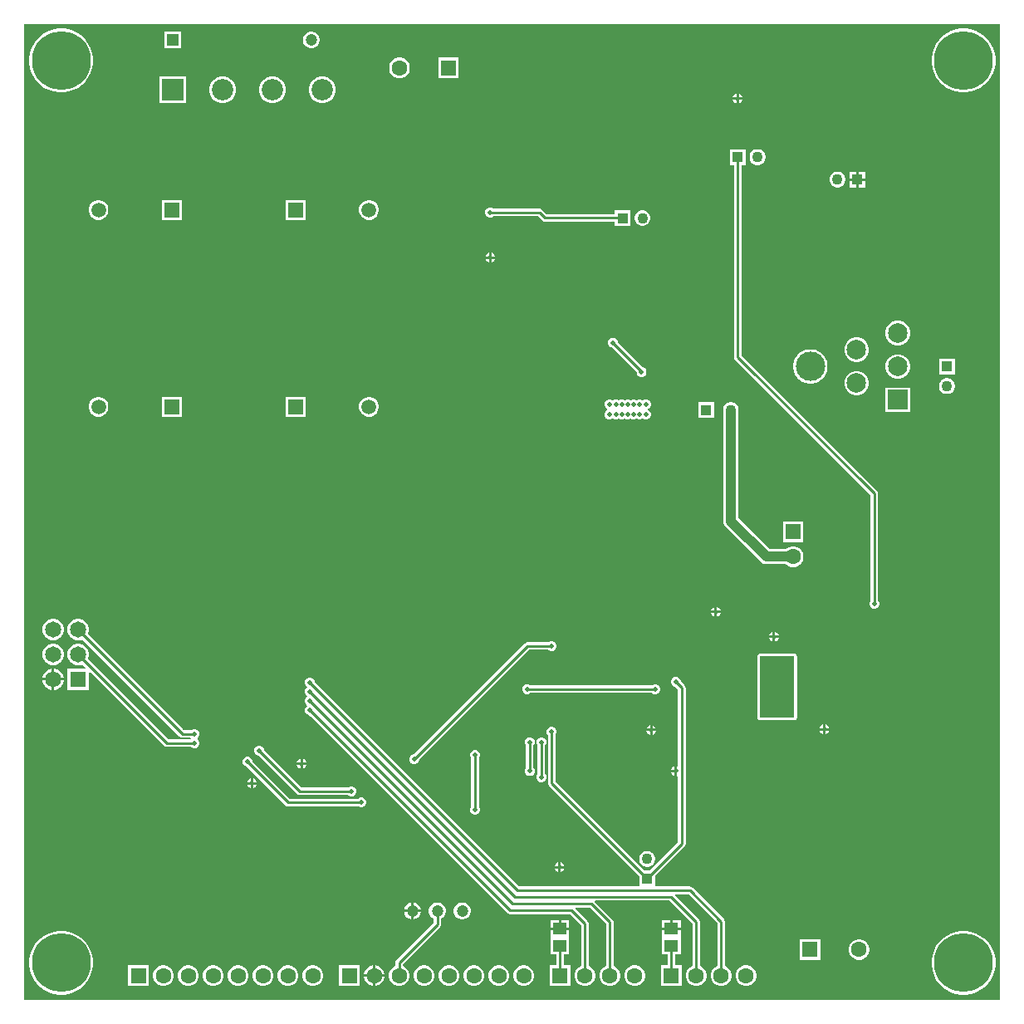
<source format=gbl>
G04*
G04 #@! TF.GenerationSoftware,Altium Limited,Altium Designer,23.1.1 (15)*
G04*
G04 Layer_Physical_Order=2*
G04 Layer_Color=16711680*
%FSLAX44Y44*%
%MOMM*%
G71*
G04*
G04 #@! TF.SameCoordinates,CD971CD2-FFAA-4849-8B14-452EF0A1BBDF*
G04*
G04*
G04 #@! TF.FilePolarity,Positive*
G04*
G01*
G75*
%ADD11C,0.2540*%
%ADD16C,1.0000*%
%ADD18R,1.4000X1.2000*%
%ADD77R,1.1000X1.1000*%
%ADD78C,1.1000*%
%ADD79C,1.6500*%
%ADD80R,1.6500X1.6500*%
%ADD81C,1.2000*%
%ADD82C,1.6000*%
%ADD83R,1.6000X1.6000*%
%ADD84R,1.6000X1.6000*%
%ADD85R,1.1000X1.1000*%
%ADD86C,6.0000*%
%ADD87R,1.2000X1.2000*%
%ADD88C,1.9950*%
%ADD89R,1.9950X1.9950*%
%ADD90R,2.1750X2.1750*%
%ADD91C,2.1750*%
%ADD92R,1.5000X1.5000*%
%ADD93C,1.5000*%
%ADD94C,3.0000*%
%ADD95C,0.5000*%
G36*
X996950Y2540D02*
X2540D01*
Y996950D01*
X996950D01*
Y2540D01*
D02*
G37*
%LPC*%
G36*
X296124Y989540D02*
X293876D01*
X291704Y988958D01*
X289756Y987834D01*
X288166Y986244D01*
X287042Y984296D01*
X286460Y982124D01*
Y979876D01*
X287042Y977704D01*
X288166Y975756D01*
X289756Y974166D01*
X291704Y973042D01*
X293876Y972460D01*
X296124D01*
X298296Y973042D01*
X300244Y974166D01*
X301834Y975756D01*
X302958Y977704D01*
X303540Y979876D01*
Y982124D01*
X302958Y984296D01*
X301834Y986244D01*
X300244Y987834D01*
X298296Y988958D01*
X296124Y989540D01*
D02*
G37*
G36*
X162540D02*
X145460D01*
Y972460D01*
X162540D01*
Y989540D01*
D02*
G37*
G36*
X445440Y962940D02*
X424360D01*
Y941860D01*
X445440D01*
Y962940D01*
D02*
G37*
G36*
X386288D02*
X383512D01*
X380832Y962222D01*
X378428Y960834D01*
X376466Y958872D01*
X375078Y956468D01*
X374360Y953788D01*
Y951012D01*
X375078Y948332D01*
X376466Y945928D01*
X378428Y943966D01*
X380832Y942578D01*
X383512Y941860D01*
X386288D01*
X388968Y942578D01*
X391372Y943966D01*
X393334Y945928D01*
X394722Y948332D01*
X395440Y951012D01*
Y953788D01*
X394722Y956468D01*
X393334Y958872D01*
X391372Y960834D01*
X388968Y962222D01*
X386288Y962940D01*
D02*
G37*
G36*
X962561Y992540D02*
X957439D01*
X952380Y991739D01*
X947509Y990156D01*
X942945Y987831D01*
X938802Y984820D01*
X935180Y981198D01*
X932169Y977055D01*
X929844Y972491D01*
X928261Y967620D01*
X927460Y962561D01*
Y957439D01*
X928261Y952380D01*
X929844Y947509D01*
X932169Y942945D01*
X935180Y938802D01*
X938802Y935180D01*
X942945Y932169D01*
X947509Y929844D01*
X952380Y928261D01*
X957439Y927460D01*
X962561D01*
X967620Y928261D01*
X972491Y929844D01*
X977055Y932169D01*
X981198Y935180D01*
X984820Y938802D01*
X987831Y942945D01*
X990156Y947509D01*
X991739Y952380D01*
X992540Y957439D01*
Y962561D01*
X991739Y967620D01*
X990156Y972491D01*
X987831Y977055D01*
X984820Y981198D01*
X981198Y984820D01*
X977055Y987831D01*
X972491Y990156D01*
X967620Y991739D01*
X962561Y992540D01*
D02*
G37*
G36*
X42561D02*
X37439D01*
X32380Y991739D01*
X27509Y990156D01*
X22945Y987831D01*
X18802Y984820D01*
X15180Y981198D01*
X12169Y977055D01*
X9844Y972491D01*
X8261Y967620D01*
X7460Y962561D01*
Y957439D01*
X8261Y952380D01*
X9844Y947509D01*
X12169Y942945D01*
X15180Y938802D01*
X18802Y935180D01*
X22945Y932169D01*
X27509Y929844D01*
X32380Y928261D01*
X37439Y927460D01*
X42561D01*
X47620Y928261D01*
X52491Y929844D01*
X57055Y932169D01*
X61198Y935180D01*
X64820Y938802D01*
X67831Y942945D01*
X70156Y947509D01*
X71739Y952380D01*
X72540Y957439D01*
Y962561D01*
X71739Y967620D01*
X70156Y972491D01*
X67831Y977055D01*
X64820Y981198D01*
X61198Y984820D01*
X57055Y987831D01*
X52491Y990156D01*
X47620Y991739D01*
X42561Y992540D01*
D02*
G37*
G36*
X730840Y926199D02*
Y922540D01*
X734499D01*
X733843Y924125D01*
X732425Y925543D01*
X730840Y926199D01*
D02*
G37*
G36*
X728300D02*
X726715Y925543D01*
X725297Y924125D01*
X724641Y922540D01*
X728300D01*
Y926199D01*
D02*
G37*
G36*
X307866Y943415D02*
X304334D01*
X300922Y942501D01*
X297863Y940735D01*
X295365Y938237D01*
X293599Y935178D01*
X292685Y931766D01*
Y928234D01*
X293599Y924822D01*
X295365Y921763D01*
X297863Y919265D01*
X300922Y917499D01*
X304334Y916585D01*
X307866D01*
X311278Y917499D01*
X314337Y919265D01*
X316835Y921763D01*
X318601Y924822D01*
X319515Y928234D01*
Y931766D01*
X318601Y935178D01*
X316835Y938237D01*
X314337Y940735D01*
X311278Y942501D01*
X307866Y943415D01*
D02*
G37*
G36*
X257066D02*
X253534D01*
X250122Y942501D01*
X247063Y940735D01*
X244565Y938237D01*
X242799Y935178D01*
X241885Y931766D01*
Y928234D01*
X242799Y924822D01*
X244565Y921763D01*
X247063Y919265D01*
X250122Y917499D01*
X253534Y916585D01*
X257066D01*
X260478Y917499D01*
X263537Y919265D01*
X266035Y921763D01*
X267801Y924822D01*
X268715Y928234D01*
Y931766D01*
X267801Y935178D01*
X266035Y938237D01*
X263537Y940735D01*
X260478Y942501D01*
X257066Y943415D01*
D02*
G37*
G36*
X206266D02*
X202734D01*
X199322Y942501D01*
X196263Y940735D01*
X193765Y938237D01*
X191999Y935178D01*
X191085Y931766D01*
Y928234D01*
X191999Y924822D01*
X193765Y921763D01*
X196263Y919265D01*
X199322Y917499D01*
X202734Y916585D01*
X206266D01*
X209678Y917499D01*
X212737Y919265D01*
X215235Y921763D01*
X217001Y924822D01*
X217915Y928234D01*
Y931766D01*
X217001Y935178D01*
X215235Y938237D01*
X212737Y940735D01*
X209678Y942501D01*
X206266Y943415D01*
D02*
G37*
G36*
X167115D02*
X140285D01*
Y916585D01*
X167115D01*
Y943415D01*
D02*
G37*
G36*
X734499Y920000D02*
X730840D01*
Y916341D01*
X732425Y916997D01*
X733843Y918415D01*
X734499Y920000D01*
D02*
G37*
G36*
X728300D02*
X724641D01*
X725297Y918415D01*
X726715Y916997D01*
X728300Y916341D01*
Y920000D01*
D02*
G37*
G36*
X750948Y869620D02*
X748831D01*
X746787Y869072D01*
X744953Y868014D01*
X743456Y866517D01*
X742398Y864683D01*
X741850Y862638D01*
Y860521D01*
X742398Y858477D01*
X743456Y856643D01*
X744953Y855146D01*
X746787Y854088D01*
X748831Y853540D01*
X750948D01*
X752993Y854088D01*
X754827Y855146D01*
X756324Y856643D01*
X757382Y858477D01*
X757930Y860521D01*
Y862638D01*
X757382Y864683D01*
X756324Y866517D01*
X754827Y868014D01*
X752993Y869072D01*
X750948Y869620D01*
D02*
G37*
G36*
X859530Y846760D02*
X852760D01*
Y839990D01*
X859530D01*
Y846760D01*
D02*
G37*
G36*
X850220D02*
X843450D01*
Y839990D01*
X850220D01*
Y846760D01*
D02*
G37*
G36*
X859530Y837450D02*
X852760D01*
Y830680D01*
X859530D01*
Y837450D01*
D02*
G37*
G36*
X850220D02*
X843450D01*
Y830680D01*
X850220D01*
Y837450D01*
D02*
G37*
G36*
X832548Y846760D02*
X830432D01*
X828387Y846212D01*
X826553Y845154D01*
X825056Y843657D01*
X823998Y841823D01*
X823450Y839779D01*
Y837662D01*
X823998Y835617D01*
X825056Y833783D01*
X826553Y832286D01*
X828387Y831228D01*
X830432Y830680D01*
X832548D01*
X834593Y831228D01*
X836427Y832286D01*
X837924Y833783D01*
X838982Y835617D01*
X839530Y837662D01*
Y839779D01*
X838982Y841823D01*
X837924Y843657D01*
X836427Y845154D01*
X834593Y846212D01*
X832548Y846760D01*
D02*
G37*
G36*
X355132Y817690D02*
X352488D01*
X349935Y817006D01*
X347645Y815684D01*
X345776Y813815D01*
X344454Y811525D01*
X343770Y808972D01*
Y806328D01*
X344454Y803775D01*
X345776Y801485D01*
X347645Y799616D01*
X349935Y798294D01*
X352488Y797610D01*
X355132D01*
X357685Y798294D01*
X359975Y799616D01*
X361844Y801485D01*
X363166Y803775D01*
X363850Y806328D01*
Y808972D01*
X363166Y811525D01*
X361844Y813815D01*
X359975Y815684D01*
X357685Y817006D01*
X355132Y817690D01*
D02*
G37*
G36*
X288850D02*
X268770D01*
Y797610D01*
X288850D01*
Y817690D01*
D02*
G37*
G36*
X163120D02*
X143040D01*
Y797610D01*
X163120D01*
Y817690D01*
D02*
G37*
G36*
X79402D02*
X76758D01*
X74205Y817006D01*
X71915Y815684D01*
X70046Y813815D01*
X68724Y811525D01*
X68040Y808972D01*
Y806328D01*
X68724Y803775D01*
X70046Y801485D01*
X71915Y799616D01*
X74205Y798294D01*
X76758Y797610D01*
X79402D01*
X81955Y798294D01*
X84245Y799616D01*
X86114Y801485D01*
X87436Y803775D01*
X88120Y806328D01*
Y808972D01*
X87436Y811525D01*
X86114Y813815D01*
X84245Y815684D01*
X81955Y817006D01*
X79402Y817690D01*
D02*
G37*
G36*
X633708Y807370D02*
X631591D01*
X629547Y806822D01*
X627713Y805764D01*
X626216Y804267D01*
X625158Y802433D01*
X624610Y800388D01*
Y798272D01*
X625158Y796227D01*
X626216Y794393D01*
X627713Y792896D01*
X629547Y791838D01*
X631591Y791290D01*
X633708D01*
X635753Y791838D01*
X637587Y792896D01*
X639084Y794393D01*
X640142Y796227D01*
X640690Y798272D01*
Y800388D01*
X640142Y802433D01*
X639084Y804267D01*
X637587Y805764D01*
X635753Y806822D01*
X633708Y807370D01*
D02*
G37*
G36*
X478503Y810040D02*
X476497D01*
X474645Y809273D01*
X473227Y807855D01*
X472460Y806003D01*
Y803997D01*
X473227Y802145D01*
X474645Y800727D01*
X476497Y799960D01*
X478503D01*
X480355Y800727D01*
X480743Y801115D01*
X526391D01*
X530753Y796753D01*
X532013Y795911D01*
X533500Y795615D01*
X604610D01*
Y791290D01*
X620690D01*
Y807370D01*
X604610D01*
Y803385D01*
X535109D01*
X530747Y807747D01*
X529487Y808589D01*
X528000Y808885D01*
X480743D01*
X480355Y809273D01*
X478503Y810040D01*
D02*
G37*
G36*
X478770Y763929D02*
Y760270D01*
X482429D01*
X481773Y761855D01*
X480355Y763273D01*
X478770Y763929D01*
D02*
G37*
G36*
X476230D02*
X474645Y763273D01*
X473227Y761855D01*
X472571Y760270D01*
X476230D01*
Y763929D01*
D02*
G37*
G36*
X482429Y757730D02*
X478770D01*
Y754071D01*
X480355Y754727D01*
X481773Y756145D01*
X482429Y757730D01*
D02*
G37*
G36*
X476230D02*
X472571D01*
X473227Y756145D01*
X474645Y754727D01*
X476230Y754071D01*
Y757730D01*
D02*
G37*
G36*
X894538Y694465D02*
X891242D01*
X888059Y693612D01*
X885206Y691964D01*
X882876Y689634D01*
X881228Y686781D01*
X880375Y683598D01*
Y680302D01*
X881228Y677119D01*
X882876Y674266D01*
X885206Y671936D01*
X888059Y670288D01*
X891242Y669435D01*
X894538D01*
X897721Y670288D01*
X900574Y671936D01*
X902905Y674266D01*
X904552Y677119D01*
X905405Y680302D01*
Y683598D01*
X904552Y686781D01*
X902905Y689634D01*
X900574Y691964D01*
X897721Y693612D01*
X894538Y694465D01*
D02*
G37*
G36*
X852628Y677465D02*
X849332D01*
X846149Y676612D01*
X843296Y674965D01*
X840965Y672634D01*
X839318Y669781D01*
X838465Y666598D01*
Y663302D01*
X839318Y660119D01*
X840965Y657266D01*
X843296Y654936D01*
X846149Y653288D01*
X849332Y652435D01*
X852628D01*
X855811Y653288D01*
X858664Y654936D01*
X860994Y657266D01*
X862642Y660119D01*
X863495Y663302D01*
Y666598D01*
X862642Y669781D01*
X860994Y672634D01*
X858664Y674965D01*
X855811Y676612D01*
X852628Y677465D01*
D02*
G37*
G36*
X951085Y655959D02*
X935005D01*
Y639879D01*
X951085D01*
Y655959D01*
D02*
G37*
G36*
X603493Y677370D02*
X601488D01*
X599635Y676603D01*
X598217Y675185D01*
X597450Y673333D01*
Y671328D01*
X598217Y669475D01*
X599635Y668057D01*
X601488Y667290D01*
X601703D01*
X626660Y642334D01*
Y641452D01*
X627427Y639599D01*
X628845Y638182D01*
X630698Y637414D01*
X632702D01*
X634555Y638182D01*
X635973Y639599D01*
X636740Y641452D01*
Y643457D01*
X635973Y645309D01*
X634555Y646727D01*
X632702Y647494D01*
X632487D01*
X607530Y672451D01*
Y673333D01*
X606763Y675185D01*
X605345Y676603D01*
X603493Y677370D01*
D02*
G37*
G36*
X894538Y660465D02*
X891242D01*
X888059Y659612D01*
X885206Y657964D01*
X882876Y655634D01*
X881228Y652781D01*
X880375Y649598D01*
Y646302D01*
X881228Y643119D01*
X882876Y640266D01*
X885206Y637936D01*
X888059Y636288D01*
X891242Y635435D01*
X894538D01*
X897721Y636288D01*
X900574Y637936D01*
X902905Y640266D01*
X904552Y643119D01*
X905405Y646302D01*
Y649598D01*
X904552Y652781D01*
X902905Y655634D01*
X900574Y657964D01*
X897721Y659612D01*
X894538Y660465D01*
D02*
G37*
G36*
X805427Y665440D02*
X801973D01*
X798584Y664766D01*
X795392Y663444D01*
X792519Y661524D01*
X790076Y659081D01*
X788156Y656208D01*
X786834Y653016D01*
X786160Y649628D01*
Y646172D01*
X786834Y642784D01*
X788156Y639592D01*
X790076Y636719D01*
X792519Y634276D01*
X795392Y632356D01*
X798584Y631034D01*
X801973Y630360D01*
X805427D01*
X808816Y631034D01*
X812008Y632356D01*
X814881Y634276D01*
X817324Y636719D01*
X819244Y639592D01*
X820566Y642784D01*
X821240Y646172D01*
Y649628D01*
X820566Y653016D01*
X819244Y656208D01*
X817324Y659081D01*
X814881Y661524D01*
X812008Y663444D01*
X808816Y664766D01*
X805427Y665440D01*
D02*
G37*
G36*
X944103Y635959D02*
X941986D01*
X939941Y635411D01*
X938108Y634353D01*
X936611Y632856D01*
X935553Y631022D01*
X935005Y628978D01*
Y626861D01*
X935553Y624816D01*
X936611Y622982D01*
X938108Y621485D01*
X939941Y620427D01*
X941986Y619879D01*
X944103D01*
X946148Y620427D01*
X947981Y621485D01*
X949478Y622982D01*
X950537Y624816D01*
X951085Y626861D01*
Y628978D01*
X950537Y631022D01*
X949478Y632856D01*
X947981Y634353D01*
X946148Y635411D01*
X944103Y635959D01*
D02*
G37*
G36*
X852628Y643465D02*
X849332D01*
X846149Y642612D01*
X843296Y640965D01*
X840965Y638634D01*
X839318Y635781D01*
X838465Y632598D01*
Y629302D01*
X839318Y626119D01*
X840965Y623266D01*
X843296Y620936D01*
X846149Y619288D01*
X849332Y618435D01*
X852628D01*
X855811Y619288D01*
X858664Y620936D01*
X860994Y623266D01*
X862642Y626119D01*
X863495Y629302D01*
Y632598D01*
X862642Y635781D01*
X860994Y638634D01*
X858664Y640965D01*
X855811Y642612D01*
X852628Y643465D01*
D02*
G37*
G36*
X637002Y614540D02*
X634997D01*
X633145Y613773D01*
X632750Y613378D01*
X632355Y613773D01*
X630503Y614540D01*
X628498D01*
X626645Y613773D01*
X626500Y613628D01*
X626355Y613773D01*
X624502Y614540D01*
X622497D01*
X620645Y613773D01*
X620500Y613628D01*
X620355Y613773D01*
X618503Y614540D01*
X616497D01*
X614645Y613773D01*
X614500Y613628D01*
X614355Y613773D01*
X612503Y614540D01*
X610498D01*
X608645Y613773D01*
X608500Y613628D01*
X608355Y613773D01*
X606502Y614540D01*
X604497D01*
X602645Y613773D01*
X602250Y613378D01*
X601855Y613773D01*
X600003Y614540D01*
X597998D01*
X596145Y613773D01*
X594727Y612355D01*
X593960Y610503D01*
Y608498D01*
X594727Y606645D01*
X596145Y605227D01*
X596845Y604937D01*
Y603563D01*
X596145Y603273D01*
X594727Y601855D01*
X593960Y600003D01*
Y597998D01*
X594727Y596145D01*
X596145Y594727D01*
X597998Y593960D01*
X600003D01*
X601855Y594727D01*
X602250Y595122D01*
X602645Y594727D01*
X604497Y593960D01*
X606502D01*
X608355Y594727D01*
X608500Y594872D01*
X608645Y594727D01*
X610498Y593960D01*
X612503D01*
X614355Y594727D01*
X614500Y594872D01*
X614645Y594727D01*
X616497Y593960D01*
X618503D01*
X620355Y594727D01*
X620500Y594872D01*
X620645Y594727D01*
X622497Y593960D01*
X624502D01*
X626355Y594727D01*
X626500Y594872D01*
X626645Y594727D01*
X628498Y593960D01*
X630503D01*
X632355Y594727D01*
X632750Y595122D01*
X633145Y594727D01*
X634997Y593960D01*
X637002D01*
X638855Y594727D01*
X640273Y596145D01*
X641040Y597998D01*
Y600003D01*
X640273Y601855D01*
X638855Y603273D01*
X638155Y603563D01*
Y604937D01*
X638855Y605227D01*
X640273Y606645D01*
X641040Y608498D01*
Y610503D01*
X640273Y612355D01*
X638855Y613773D01*
X637002Y614540D01*
D02*
G37*
G36*
X905405Y626465D02*
X880375D01*
Y601435D01*
X905405D01*
Y626465D01*
D02*
G37*
G36*
X355132Y617030D02*
X352488D01*
X349935Y616346D01*
X347645Y615024D01*
X345776Y613155D01*
X344454Y610865D01*
X343770Y608312D01*
Y605668D01*
X344454Y603115D01*
X345776Y600825D01*
X347645Y598956D01*
X349935Y597634D01*
X352488Y596950D01*
X355132D01*
X357685Y597634D01*
X359975Y598956D01*
X361844Y600825D01*
X363166Y603115D01*
X363850Y605668D01*
Y608312D01*
X363166Y610865D01*
X361844Y613155D01*
X359975Y615024D01*
X357685Y616346D01*
X355132Y617030D01*
D02*
G37*
G36*
X288850D02*
X268770D01*
Y596950D01*
X288850D01*
Y617030D01*
D02*
G37*
G36*
X163120D02*
X143040D01*
Y596950D01*
X163120D01*
Y617030D01*
D02*
G37*
G36*
X79402D02*
X76758D01*
X74205Y616346D01*
X71915Y615024D01*
X70046Y613155D01*
X68724Y610865D01*
X68040Y608312D01*
Y605668D01*
X68724Y603115D01*
X70046Y600825D01*
X71915Y598956D01*
X74205Y597634D01*
X76758Y596950D01*
X79402D01*
X81955Y597634D01*
X84245Y598956D01*
X86114Y600825D01*
X87436Y603115D01*
X88120Y605668D01*
Y608312D01*
X87436Y610865D01*
X86114Y613155D01*
X84245Y615024D01*
X81955Y616346D01*
X79402Y617030D01*
D02*
G37*
G36*
X705780Y611790D02*
X689700D01*
Y595710D01*
X705780D01*
Y611790D01*
D02*
G37*
G36*
X796770Y489900D02*
X775690D01*
Y468820D01*
X796770D01*
Y489900D01*
D02*
G37*
G36*
X723799Y611790D02*
X721682D01*
X719637Y611242D01*
X717803Y610184D01*
X716306Y608687D01*
X715248Y606853D01*
X714700Y604809D01*
Y602692D01*
X715135Y601068D01*
Y490260D01*
X715394Y488292D01*
X716154Y486457D01*
X717362Y484882D01*
X753662Y448582D01*
X755238Y447374D01*
X755997Y447059D01*
X757072Y446614D01*
X759040Y446355D01*
X778929D01*
X779758Y445526D01*
X782162Y444138D01*
X784842Y443420D01*
X787618D01*
X790298Y444138D01*
X792702Y445526D01*
X794664Y447488D01*
X796052Y449892D01*
X796770Y452572D01*
Y455348D01*
X796052Y458028D01*
X794664Y460432D01*
X792702Y462394D01*
X790298Y463782D01*
X787618Y464500D01*
X784842D01*
X782162Y463782D01*
X779758Y462394D01*
X778929Y461565D01*
X762190D01*
X730345Y493410D01*
Y601068D01*
X730780Y602692D01*
Y604809D01*
X730232Y606853D01*
X729174Y608687D01*
X727677Y610184D01*
X725843Y611242D01*
X723799Y611790D01*
D02*
G37*
G36*
X737930Y869620D02*
X721850D01*
Y853540D01*
X726005D01*
Y657610D01*
X726301Y656124D01*
X727143Y654863D01*
X865115Y516891D01*
Y409243D01*
X864727Y408855D01*
X863960Y407002D01*
Y404997D01*
X864727Y403145D01*
X866145Y401727D01*
X867998Y400960D01*
X870003D01*
X871855Y401727D01*
X873273Y403145D01*
X874040Y404997D01*
Y407002D01*
X873273Y408855D01*
X872885Y409243D01*
Y518500D01*
X872589Y519987D01*
X871747Y521247D01*
X733775Y659219D01*
Y853540D01*
X737930D01*
Y869620D01*
D02*
G37*
G36*
X708770Y402929D02*
Y399270D01*
X712429D01*
X711773Y400855D01*
X710355Y402273D01*
X708770Y402929D01*
D02*
G37*
G36*
X706230D02*
X704645Y402273D01*
X703227Y400855D01*
X702571Y399270D01*
X706230D01*
Y402929D01*
D02*
G37*
G36*
X712429Y396730D02*
X708770D01*
Y393071D01*
X710355Y393727D01*
X711773Y395145D01*
X712429Y396730D01*
D02*
G37*
G36*
X706230D02*
X702571D01*
X703227Y395145D01*
X704645Y393727D01*
X706230Y393071D01*
Y396730D01*
D02*
G37*
G36*
X767770Y377429D02*
Y373770D01*
X771429D01*
X770773Y375355D01*
X769355Y376773D01*
X767770Y377429D01*
D02*
G37*
G36*
X765230D02*
X763645Y376773D01*
X762227Y375355D01*
X761571Y373770D01*
X765230D01*
Y377429D01*
D02*
G37*
G36*
X33221Y390690D02*
X30380D01*
X27635Y389955D01*
X25175Y388534D01*
X23166Y386525D01*
X21745Y384065D01*
X21010Y381320D01*
Y378479D01*
X21745Y375735D01*
X23166Y373275D01*
X25175Y371266D01*
X27635Y369845D01*
X30380Y369110D01*
X33221D01*
X35965Y369845D01*
X38425Y371266D01*
X40434Y373275D01*
X41855Y375735D01*
X42590Y378479D01*
Y381320D01*
X41855Y384065D01*
X40434Y386525D01*
X38425Y388534D01*
X35965Y389955D01*
X33221Y390690D01*
D02*
G37*
G36*
X771429Y371230D02*
X767770D01*
Y367571D01*
X769355Y368227D01*
X770773Y369645D01*
X771429Y371230D01*
D02*
G37*
G36*
X765230D02*
X761571D01*
X762227Y369645D01*
X763645Y368227D01*
X765230Y367571D01*
Y371230D01*
D02*
G37*
G36*
X541003Y368040D02*
X538997D01*
X537145Y367273D01*
X536757Y366885D01*
X515500D01*
X514013Y366589D01*
X512753Y365747D01*
X399546Y252540D01*
X398997D01*
X397145Y251773D01*
X395727Y250355D01*
X394960Y248503D01*
Y246497D01*
X395727Y244645D01*
X397145Y243227D01*
X398997Y242460D01*
X401003D01*
X402855Y243227D01*
X404273Y244645D01*
X405040Y246497D01*
Y247046D01*
X517109Y359115D01*
X536757D01*
X537145Y358727D01*
X538997Y357960D01*
X541003D01*
X542855Y358727D01*
X544273Y360145D01*
X545040Y361997D01*
Y364002D01*
X544273Y365855D01*
X542855Y367273D01*
X541003Y368040D01*
D02*
G37*
G36*
X33221Y365290D02*
X30380D01*
X27635Y364555D01*
X25175Y363134D01*
X23166Y361125D01*
X21745Y358665D01*
X21010Y355920D01*
Y353079D01*
X21745Y350335D01*
X23166Y347875D01*
X25175Y345866D01*
X27635Y344445D01*
X30380Y343710D01*
X33221D01*
X35965Y344445D01*
X38425Y345866D01*
X40434Y347875D01*
X41855Y350335D01*
X42590Y353079D01*
Y355920D01*
X41855Y358665D01*
X40434Y361125D01*
X38425Y363134D01*
X35965Y364555D01*
X33221Y365290D01*
D02*
G37*
G36*
Y339890D02*
X33070D01*
Y330370D01*
X42590D01*
Y330521D01*
X41855Y333265D01*
X40434Y335725D01*
X38425Y337734D01*
X35965Y339155D01*
X33221Y339890D01*
D02*
G37*
G36*
X30530D02*
X30380D01*
X27635Y339155D01*
X25175Y337734D01*
X23166Y335725D01*
X21745Y333265D01*
X21010Y330521D01*
Y330370D01*
X30530D01*
Y339890D01*
D02*
G37*
G36*
X646503Y324040D02*
X644498D01*
X642645Y323273D01*
X642257Y322885D01*
X518243D01*
X517855Y323273D01*
X516003Y324040D01*
X513997D01*
X512145Y323273D01*
X510727Y321855D01*
X509960Y320003D01*
Y317997D01*
X510727Y316145D01*
X512145Y314727D01*
X513997Y313960D01*
X516003D01*
X517855Y314727D01*
X518243Y315115D01*
X642257D01*
X642645Y314727D01*
X644498Y313960D01*
X646503D01*
X648355Y314727D01*
X649773Y316145D01*
X650540Y317997D01*
Y320003D01*
X649773Y321855D01*
X648355Y323273D01*
X646503Y324040D01*
D02*
G37*
G36*
X42590Y327830D02*
X33070D01*
Y318310D01*
X33221D01*
X35965Y319045D01*
X38425Y320466D01*
X40434Y322475D01*
X41855Y324935D01*
X42590Y327679D01*
Y327830D01*
D02*
G37*
G36*
X30530D02*
X21010D01*
Y327679D01*
X21745Y324935D01*
X23166Y322475D01*
X25175Y320466D01*
X27635Y319045D01*
X30380Y318310D01*
X30530D01*
Y327830D01*
D02*
G37*
G36*
X787500Y355090D02*
X752500D01*
X751509Y354893D01*
X750669Y354331D01*
X750107Y353491D01*
X749910Y352500D01*
Y290000D01*
X750107Y289009D01*
X750669Y288169D01*
X751509Y287607D01*
X752500Y287410D01*
X787500D01*
X788491Y287607D01*
X789331Y288169D01*
X789893Y289009D01*
X790090Y290000D01*
Y352500D01*
X789893Y353491D01*
X789331Y354331D01*
X788491Y354893D01*
X787500Y355090D01*
D02*
G37*
G36*
X819270Y282929D02*
Y279270D01*
X822929D01*
X822273Y280855D01*
X820855Y282273D01*
X819270Y282929D01*
D02*
G37*
G36*
X816730D02*
X815145Y282273D01*
X813727Y280855D01*
X813071Y279270D01*
X816730D01*
Y282929D01*
D02*
G37*
G36*
X642770Y282429D02*
Y278770D01*
X646429D01*
X645773Y280355D01*
X644355Y281773D01*
X642770Y282429D01*
D02*
G37*
G36*
X640230D02*
X638645Y281773D01*
X637227Y280355D01*
X636571Y278770D01*
X640230D01*
Y282429D01*
D02*
G37*
G36*
X822929Y276730D02*
X819270D01*
Y273071D01*
X820855Y273727D01*
X822273Y275145D01*
X822929Y276730D01*
D02*
G37*
G36*
X816730D02*
X813071D01*
X813727Y275145D01*
X815145Y273727D01*
X816730Y273071D01*
Y276730D01*
D02*
G37*
G36*
X646429Y276230D02*
X642770D01*
Y272571D01*
X644355Y273227D01*
X645773Y274645D01*
X646429Y276230D01*
D02*
G37*
G36*
X640230D02*
X636571D01*
X637227Y274645D01*
X638645Y273227D01*
X640230Y272571D01*
Y276230D01*
D02*
G37*
G36*
X58621Y390690D02*
X55780D01*
X53035Y389955D01*
X50575Y388534D01*
X48566Y386525D01*
X47145Y384065D01*
X46410Y381320D01*
Y378479D01*
X47145Y375735D01*
X48566Y373275D01*
X50575Y371266D01*
X53035Y369845D01*
X55780Y369110D01*
X58621D01*
X61365Y369845D01*
X61616Y369990D01*
X160853Y270753D01*
X162113Y269911D01*
X163600Y269615D01*
X171945D01*
X172457Y268750D01*
X171945Y267885D01*
X149309D01*
X67110Y350084D01*
X67255Y350335D01*
X67990Y353079D01*
Y355920D01*
X67255Y358665D01*
X65834Y361125D01*
X63825Y363134D01*
X61365Y364555D01*
X58621Y365290D01*
X55780D01*
X53035Y364555D01*
X50575Y363134D01*
X48566Y361125D01*
X47145Y358665D01*
X46410Y355920D01*
Y353079D01*
X47145Y350335D01*
X48566Y347875D01*
X50575Y345866D01*
X53035Y344445D01*
X55780Y343710D01*
X58621D01*
X61365Y344445D01*
X61616Y344590D01*
X65143Y341063D01*
X64657Y339890D01*
X46410D01*
Y318310D01*
X67990D01*
Y336557D01*
X69163Y337043D01*
X144953Y261253D01*
X146213Y260411D01*
X147700Y260115D01*
X172757D01*
X173145Y259727D01*
X174998Y258960D01*
X177003D01*
X178855Y259727D01*
X180273Y261145D01*
X181040Y262997D01*
Y265002D01*
X180273Y266855D01*
X179152Y267976D01*
X178968Y268750D01*
X179152Y269524D01*
X180273Y270645D01*
X181040Y272498D01*
Y274503D01*
X180273Y276355D01*
X178855Y277773D01*
X177003Y278540D01*
X174998D01*
X173145Y277773D01*
X172757Y277385D01*
X165209D01*
X67110Y375484D01*
X67255Y375735D01*
X67990Y378479D01*
Y381320D01*
X67255Y384065D01*
X65834Y386525D01*
X63825Y388534D01*
X61365Y389955D01*
X58621Y390690D01*
D02*
G37*
G36*
X286500Y248009D02*
Y244350D01*
X290159D01*
X289503Y245935D01*
X288085Y247353D01*
X286500Y248009D01*
D02*
G37*
G36*
X283960D02*
X282375Y247353D01*
X280957Y245935D01*
X280301Y244350D01*
X283960D01*
Y248009D01*
D02*
G37*
G36*
X667503Y331540D02*
X665498D01*
X663645Y330773D01*
X662227Y329355D01*
X661460Y327503D01*
Y325498D01*
X662227Y323645D01*
X663645Y322227D01*
X665498Y321460D01*
X666046D01*
X668925Y318581D01*
Y241094D01*
X667869Y240388D01*
X667770Y240429D01*
Y235500D01*
Y230571D01*
X667869Y230612D01*
X668925Y229906D01*
Y162919D01*
X640046Y134040D01*
X634954D01*
X543885Y225109D01*
Y272257D01*
X544273Y272645D01*
X545040Y274498D01*
Y276502D01*
X544273Y278355D01*
X542855Y279773D01*
X541003Y280540D01*
X538997D01*
X537145Y279773D01*
X535727Y278355D01*
X534960Y276502D01*
Y274498D01*
X535727Y272645D01*
X536115Y272257D01*
Y223500D01*
X536411Y222013D01*
X537253Y220753D01*
X629460Y128546D01*
X629460Y117960D01*
X628221Y117885D01*
X507109D01*
X298540Y326454D01*
Y327002D01*
X297773Y328855D01*
X296355Y330273D01*
X294503Y331040D01*
X292498D01*
X290645Y330273D01*
X289227Y328855D01*
X288460Y327002D01*
Y324997D01*
X289227Y323145D01*
X290348Y322024D01*
X290532Y321250D01*
X290348Y320476D01*
X289227Y319355D01*
X288460Y317502D01*
Y315497D01*
X289227Y313645D01*
X290348Y312524D01*
X290532Y311750D01*
X290348Y310976D01*
X289227Y309855D01*
X288460Y308002D01*
Y305998D01*
X289227Y304145D01*
X290348Y303024D01*
X290532Y302250D01*
X290348Y301476D01*
X289227Y300355D01*
X288460Y298503D01*
Y296497D01*
X289227Y294645D01*
X290645Y293227D01*
X292498Y292460D01*
X293046D01*
X494753Y90753D01*
X496013Y89911D01*
X497500Y89615D01*
X558891D01*
X570015Y78491D01*
Y36871D01*
X569832Y36822D01*
X567428Y35434D01*
X565466Y33472D01*
X564078Y31068D01*
X563360Y28388D01*
Y25612D01*
X564078Y22932D01*
X565466Y20528D01*
X567428Y18566D01*
X569832Y17178D01*
X572512Y16460D01*
X575288D01*
X577968Y17178D01*
X580372Y18566D01*
X582334Y20528D01*
X583722Y22932D01*
X584440Y25612D01*
Y28388D01*
X583722Y31068D01*
X582334Y33472D01*
X580372Y35434D01*
X577968Y36822D01*
X577785Y36871D01*
Y80100D01*
X577489Y81587D01*
X576647Y82847D01*
X564148Y95345D01*
X564674Y96615D01*
X578891D01*
X595415Y80091D01*
Y36871D01*
X595232Y36822D01*
X592828Y35434D01*
X590866Y33472D01*
X589478Y31068D01*
X588760Y28388D01*
Y25612D01*
X589478Y22932D01*
X590866Y20528D01*
X592828Y18566D01*
X595232Y17178D01*
X597912Y16460D01*
X600688D01*
X603368Y17178D01*
X605772Y18566D01*
X607734Y20528D01*
X609122Y22932D01*
X609840Y25612D01*
Y28388D01*
X609122Y31068D01*
X607734Y33472D01*
X605772Y35434D01*
X603368Y36822D01*
X603185Y36871D01*
Y81700D01*
X602889Y83187D01*
X602047Y84447D01*
X584148Y102345D01*
X584674Y103615D01*
X659891D01*
X683515Y79991D01*
Y36871D01*
X683332Y36822D01*
X680928Y35434D01*
X678966Y33472D01*
X677578Y31068D01*
X676860Y28388D01*
Y25612D01*
X677578Y22932D01*
X678966Y20528D01*
X680928Y18566D01*
X683332Y17178D01*
X686012Y16460D01*
X688788D01*
X691468Y17178D01*
X693872Y18566D01*
X695834Y20528D01*
X697222Y22932D01*
X697940Y25612D01*
Y28388D01*
X697222Y31068D01*
X695834Y33472D01*
X693872Y35434D01*
X691468Y36822D01*
X691285Y36871D01*
Y81600D01*
X690989Y83087D01*
X690147Y84347D01*
X665552Y108942D01*
X666038Y110115D01*
X679391D01*
X708915Y80591D01*
Y36871D01*
X708732Y36822D01*
X706328Y35434D01*
X704366Y33472D01*
X702978Y31068D01*
X702260Y28388D01*
Y25612D01*
X702978Y22932D01*
X704366Y20528D01*
X706328Y18566D01*
X708732Y17178D01*
X711412Y16460D01*
X714188D01*
X716868Y17178D01*
X719272Y18566D01*
X721234Y20528D01*
X722622Y22932D01*
X723340Y25612D01*
Y28388D01*
X722622Y31068D01*
X721234Y33472D01*
X719272Y35434D01*
X716868Y36822D01*
X716685Y36871D01*
Y82200D01*
X716389Y83687D01*
X715547Y84947D01*
X683747Y116747D01*
X682487Y117589D01*
X681000Y117885D01*
X646779D01*
X645540Y117960D01*
X645540Y119155D01*
Y128546D01*
X675557Y158563D01*
X676399Y159823D01*
X676695Y161310D01*
Y320190D01*
X676399Y321677D01*
X675557Y322937D01*
X671540Y326954D01*
Y327503D01*
X670773Y329355D01*
X669355Y330773D01*
X667503Y331540D01*
D02*
G37*
G36*
X290159Y241810D02*
X286500D01*
Y238151D01*
X288085Y238807D01*
X289503Y240225D01*
X290159Y241810D01*
D02*
G37*
G36*
X283960D02*
X280301D01*
X280957Y240225D01*
X282375Y238807D01*
X283960Y238151D01*
Y241810D01*
D02*
G37*
G36*
X665230Y240429D02*
X663645Y239773D01*
X662227Y238355D01*
X661571Y236770D01*
X665230D01*
Y240429D01*
D02*
G37*
G36*
Y234230D02*
X661571D01*
X662227Y232645D01*
X663645Y231227D01*
X665230Y230571D01*
Y234230D01*
D02*
G37*
G36*
X518503Y270040D02*
X516497D01*
X514645Y269273D01*
X513227Y267855D01*
X512460Y266003D01*
Y263997D01*
X513227Y262145D01*
X513615Y261757D01*
Y238743D01*
X513227Y238355D01*
X512460Y236502D01*
Y234498D01*
X513227Y232645D01*
X514645Y231227D01*
X516497Y230460D01*
X518503D01*
X520355Y231227D01*
X521773Y232645D01*
X522540Y234498D01*
Y236502D01*
X521773Y238355D01*
X521385Y238743D01*
Y261757D01*
X521773Y262145D01*
X522540Y263997D01*
Y266003D01*
X521773Y267855D01*
X520355Y269273D01*
X518503Y270040D01*
D02*
G37*
G36*
X530503D02*
X528498D01*
X526645Y269273D01*
X525227Y267855D01*
X524460Y266003D01*
Y263997D01*
X525227Y262145D01*
X525615Y261757D01*
Y232743D01*
X525227Y232355D01*
X524460Y230502D01*
Y228498D01*
X525227Y226645D01*
X526645Y225227D01*
X528498Y224460D01*
X530503D01*
X532355Y225227D01*
X533773Y226645D01*
X534540Y228498D01*
Y230502D01*
X533773Y232355D01*
X533385Y232743D01*
Y261757D01*
X533773Y262145D01*
X534540Y263997D01*
Y266003D01*
X533773Y267855D01*
X532355Y269273D01*
X530503Y270040D01*
D02*
G37*
G36*
X235770Y227929D02*
Y224270D01*
X239429D01*
X238773Y225855D01*
X237355Y227273D01*
X235770Y227929D01*
D02*
G37*
G36*
X233230D02*
X231645Y227273D01*
X230227Y225855D01*
X229571Y224270D01*
X233230D01*
Y227929D01*
D02*
G37*
G36*
X239429Y221730D02*
X235770D01*
Y218071D01*
X237355Y218727D01*
X238773Y220145D01*
X239429Y221730D01*
D02*
G37*
G36*
X233230D02*
X229571D01*
X230227Y220145D01*
X231645Y218727D01*
X233230Y218071D01*
Y221730D01*
D02*
G37*
G36*
X243002Y261540D02*
X240998D01*
X239145Y260773D01*
X237727Y259355D01*
X236960Y257502D01*
Y255497D01*
X237727Y253645D01*
X239145Y252227D01*
X240998Y251460D01*
X241546D01*
X280713Y212293D01*
X281973Y211451D01*
X283460Y211155D01*
X332803D01*
X333191Y210767D01*
X335044Y210000D01*
X337049D01*
X338901Y210767D01*
X340319Y212185D01*
X341086Y214037D01*
Y216042D01*
X340319Y217895D01*
X338901Y219313D01*
X337049Y220080D01*
X335044D01*
X333191Y219313D01*
X332803Y218925D01*
X285069D01*
X247040Y256954D01*
Y257502D01*
X246273Y259355D01*
X244855Y260773D01*
X243002Y261540D01*
D02*
G37*
G36*
X231003Y250040D02*
X228997D01*
X227145Y249273D01*
X225727Y247855D01*
X224960Y246003D01*
Y243997D01*
X225727Y242145D01*
X227145Y240727D01*
X228997Y239960D01*
X229546D01*
X268753Y200753D01*
X270013Y199911D01*
X271500Y199615D01*
X342757D01*
X343145Y199227D01*
X344997Y198460D01*
X347002D01*
X348855Y199227D01*
X350273Y200645D01*
X351040Y202498D01*
Y204503D01*
X350273Y206355D01*
X348855Y207773D01*
X347002Y208540D01*
X344997D01*
X343145Y207773D01*
X342757Y207385D01*
X273109D01*
X235040Y245454D01*
Y246003D01*
X234273Y247855D01*
X232855Y249273D01*
X231003Y250040D01*
D02*
G37*
G36*
X463003Y257040D02*
X460998D01*
X459145Y256273D01*
X457727Y254855D01*
X456960Y253002D01*
Y250998D01*
X457727Y249145D01*
X458115Y248757D01*
Y199243D01*
X457727Y198855D01*
X456960Y197003D01*
Y194998D01*
X457727Y193145D01*
X459145Y191727D01*
X460998Y190960D01*
X463003D01*
X464855Y191727D01*
X466273Y193145D01*
X467040Y194998D01*
Y197003D01*
X466273Y198855D01*
X465885Y199243D01*
Y248757D01*
X466273Y249145D01*
X467040Y250998D01*
Y253002D01*
X466273Y254855D01*
X464855Y256273D01*
X463003Y257040D01*
D02*
G37*
G36*
X549270Y142429D02*
Y138770D01*
X552929D01*
X552273Y140355D01*
X550855Y141773D01*
X549270Y142429D01*
D02*
G37*
G36*
X546730D02*
X545145Y141773D01*
X543727Y140355D01*
X543071Y138770D01*
X546730D01*
Y142429D01*
D02*
G37*
G36*
X638559Y154040D02*
X636441D01*
X634397Y153492D01*
X632563Y152434D01*
X631066Y150937D01*
X630008Y149103D01*
X629460Y147058D01*
Y144942D01*
X630008Y142897D01*
X631066Y141063D01*
X632563Y139566D01*
X634397Y138508D01*
X636441Y137960D01*
X638559D01*
X640603Y138508D01*
X642437Y139566D01*
X643934Y141063D01*
X644992Y142897D01*
X645540Y144942D01*
Y147058D01*
X644992Y149103D01*
X643934Y150937D01*
X642437Y152434D01*
X640603Y153492D01*
X638559Y154040D01*
D02*
G37*
G36*
X552929Y136230D02*
X549270D01*
Y132571D01*
X550855Y133227D01*
X552273Y134645D01*
X552929Y136230D01*
D02*
G37*
G36*
X546730D02*
X543071D01*
X543727Y134645D01*
X545145Y133227D01*
X546730Y132571D01*
Y136230D01*
D02*
G37*
G36*
X399370Y101501D02*
Y94270D01*
X406601D01*
X406058Y96296D01*
X404934Y98244D01*
X403344Y99834D01*
X401396Y100958D01*
X399370Y101501D01*
D02*
G37*
G36*
X396830D02*
X394804Y100958D01*
X392856Y99834D01*
X391266Y98244D01*
X390142Y96296D01*
X389599Y94270D01*
X396830D01*
Y101501D01*
D02*
G37*
G36*
X406601Y91730D02*
X399370D01*
Y84499D01*
X401396Y85042D01*
X403344Y86166D01*
X404934Y87756D01*
X406058Y89704D01*
X406601Y91730D01*
D02*
G37*
G36*
X396830D02*
X389599D01*
X390142Y89704D01*
X391266Y87756D01*
X392856Y86166D01*
X394804Y85042D01*
X396830Y84499D01*
Y91730D01*
D02*
G37*
G36*
X450024Y101540D02*
X447776D01*
X445604Y100958D01*
X443656Y99834D01*
X442066Y98244D01*
X440942Y96296D01*
X440360Y94124D01*
Y91876D01*
X440942Y89704D01*
X442066Y87756D01*
X443656Y86166D01*
X445604Y85042D01*
X447776Y84460D01*
X450024D01*
X452196Y85042D01*
X454144Y86166D01*
X455734Y87756D01*
X456858Y89704D01*
X457440Y91876D01*
Y94124D01*
X456858Y96296D01*
X455734Y98244D01*
X454144Y99834D01*
X452196Y100958D01*
X450024Y101540D01*
D02*
G37*
G36*
X671540Y83540D02*
X663270D01*
Y76270D01*
X671540D01*
Y83540D01*
D02*
G37*
G36*
X660730D02*
X652460D01*
Y76270D01*
X660730D01*
Y83540D01*
D02*
G37*
G36*
X558040D02*
X549770D01*
Y76270D01*
X558040D01*
Y83540D01*
D02*
G37*
G36*
X547230D02*
X538960D01*
Y76270D01*
X547230D01*
Y83540D01*
D02*
G37*
G36*
X854778Y64150D02*
X852002D01*
X849322Y63432D01*
X846918Y62044D01*
X844956Y60082D01*
X843568Y57678D01*
X842850Y54998D01*
Y52222D01*
X843568Y49542D01*
X844956Y47138D01*
X846918Y45176D01*
X849322Y43788D01*
X852002Y43070D01*
X854778D01*
X857458Y43788D01*
X859862Y45176D01*
X861824Y47138D01*
X863212Y49542D01*
X863930Y52222D01*
Y54998D01*
X863212Y57678D01*
X861824Y60082D01*
X859862Y62044D01*
X857458Y63432D01*
X854778Y64150D01*
D02*
G37*
G36*
X813930D02*
X792850D01*
Y43070D01*
X813930D01*
Y64150D01*
D02*
G37*
G36*
X360488Y37540D02*
X360370D01*
Y28270D01*
X369640D01*
Y28388D01*
X368922Y31068D01*
X367534Y33472D01*
X365572Y35434D01*
X363168Y36822D01*
X360488Y37540D01*
D02*
G37*
G36*
X357830D02*
X357712D01*
X355032Y36822D01*
X352628Y35434D01*
X350666Y33472D01*
X349278Y31068D01*
X348560Y28388D01*
Y28270D01*
X357830D01*
Y37540D01*
D02*
G37*
G36*
X739588D02*
X736812D01*
X734132Y36822D01*
X731728Y35434D01*
X729766Y33472D01*
X728378Y31068D01*
X727660Y28388D01*
Y25612D01*
X728378Y22932D01*
X729766Y20528D01*
X731728Y18566D01*
X734132Y17178D01*
X736812Y16460D01*
X739588D01*
X742268Y17178D01*
X744672Y18566D01*
X746634Y20528D01*
X748022Y22932D01*
X748740Y25612D01*
Y28388D01*
X748022Y31068D01*
X746634Y33472D01*
X744672Y35434D01*
X742268Y36822D01*
X739588Y37540D01*
D02*
G37*
G36*
X671540Y73730D02*
X652460D01*
Y66810D01*
X652460Y66460D01*
Y65540D01*
X652460Y65190D01*
Y48460D01*
X658115D01*
Y37540D01*
X651460D01*
Y16460D01*
X672540D01*
Y37540D01*
X665885D01*
Y48460D01*
X671540D01*
Y65190D01*
X671540Y65540D01*
Y66460D01*
X671540Y66810D01*
Y73730D01*
D02*
G37*
G36*
X626088Y37540D02*
X623312D01*
X620632Y36822D01*
X618228Y35434D01*
X616266Y33472D01*
X614878Y31068D01*
X614160Y28388D01*
Y25612D01*
X614878Y22932D01*
X616266Y20528D01*
X618228Y18566D01*
X620632Y17178D01*
X623312Y16460D01*
X626088D01*
X628768Y17178D01*
X631172Y18566D01*
X633134Y20528D01*
X634522Y22932D01*
X635240Y25612D01*
Y28388D01*
X634522Y31068D01*
X633134Y33472D01*
X631172Y35434D01*
X628768Y36822D01*
X626088Y37540D01*
D02*
G37*
G36*
X558040Y73730D02*
X538960D01*
Y66810D01*
X538960Y66460D01*
Y65540D01*
X538960Y65190D01*
Y48460D01*
X544615D01*
Y37540D01*
X537960D01*
Y16460D01*
X559040D01*
Y37540D01*
X552385D01*
Y48460D01*
X558040D01*
Y65190D01*
X558040Y65540D01*
Y66460D01*
X558040Y66810D01*
Y73730D01*
D02*
G37*
G36*
X512888Y37540D02*
X510112D01*
X507432Y36822D01*
X505028Y35434D01*
X503066Y33472D01*
X501678Y31068D01*
X500960Y28388D01*
Y25612D01*
X501678Y22932D01*
X503066Y20528D01*
X505028Y18566D01*
X507432Y17178D01*
X510112Y16460D01*
X512888D01*
X515568Y17178D01*
X517972Y18566D01*
X519934Y20528D01*
X521322Y22932D01*
X522040Y25612D01*
Y28388D01*
X521322Y31068D01*
X519934Y33472D01*
X517972Y35434D01*
X515568Y36822D01*
X512888Y37540D01*
D02*
G37*
G36*
X487488D02*
X484712D01*
X482032Y36822D01*
X479628Y35434D01*
X477666Y33472D01*
X476278Y31068D01*
X475560Y28388D01*
Y25612D01*
X476278Y22932D01*
X477666Y20528D01*
X479628Y18566D01*
X482032Y17178D01*
X484712Y16460D01*
X487488D01*
X490168Y17178D01*
X492572Y18566D01*
X494534Y20528D01*
X495922Y22932D01*
X496640Y25612D01*
Y28388D01*
X495922Y31068D01*
X494534Y33472D01*
X492572Y35434D01*
X490168Y36822D01*
X487488Y37540D01*
D02*
G37*
G36*
X462088D02*
X459312D01*
X456632Y36822D01*
X454228Y35434D01*
X452266Y33472D01*
X450878Y31068D01*
X450160Y28388D01*
Y25612D01*
X450878Y22932D01*
X452266Y20528D01*
X454228Y18566D01*
X456632Y17178D01*
X459312Y16460D01*
X462088D01*
X464768Y17178D01*
X467172Y18566D01*
X469134Y20528D01*
X470522Y22932D01*
X471240Y25612D01*
Y28388D01*
X470522Y31068D01*
X469134Y33472D01*
X467172Y35434D01*
X464768Y36822D01*
X462088Y37540D01*
D02*
G37*
G36*
X436688D02*
X433912D01*
X431232Y36822D01*
X428828Y35434D01*
X426866Y33472D01*
X425478Y31068D01*
X424760Y28388D01*
Y25612D01*
X425478Y22932D01*
X426866Y20528D01*
X428828Y18566D01*
X431232Y17178D01*
X433912Y16460D01*
X436688D01*
X439368Y17178D01*
X441772Y18566D01*
X443734Y20528D01*
X445122Y22932D01*
X445840Y25612D01*
Y28388D01*
X445122Y31068D01*
X443734Y33472D01*
X441772Y35434D01*
X439368Y36822D01*
X436688Y37540D01*
D02*
G37*
G36*
X411288D02*
X408512D01*
X405832Y36822D01*
X403428Y35434D01*
X401466Y33472D01*
X400078Y31068D01*
X399360Y28388D01*
Y25612D01*
X400078Y22932D01*
X401466Y20528D01*
X403428Y18566D01*
X405832Y17178D01*
X408512Y16460D01*
X411288D01*
X413968Y17178D01*
X416372Y18566D01*
X418334Y20528D01*
X419722Y22932D01*
X420440Y25612D01*
Y28388D01*
X419722Y31068D01*
X418334Y33472D01*
X416372Y35434D01*
X413968Y36822D01*
X411288Y37540D01*
D02*
G37*
G36*
X424624Y101540D02*
X422376D01*
X420204Y100958D01*
X418256Y99834D01*
X416666Y98244D01*
X415542Y96296D01*
X414960Y94124D01*
Y91876D01*
X415542Y89704D01*
X416666Y87756D01*
X418256Y86166D01*
X419615Y85382D01*
Y81109D01*
X381753Y43247D01*
X380911Y41987D01*
X380615Y40500D01*
Y36871D01*
X380432Y36822D01*
X378028Y35434D01*
X376066Y33472D01*
X374678Y31068D01*
X373960Y28388D01*
Y25612D01*
X374678Y22932D01*
X376066Y20528D01*
X378028Y18566D01*
X380432Y17178D01*
X383112Y16460D01*
X385888D01*
X388568Y17178D01*
X390972Y18566D01*
X392934Y20528D01*
X394322Y22932D01*
X395040Y25612D01*
Y28388D01*
X394322Y31068D01*
X392934Y33472D01*
X390972Y35434D01*
X388568Y36822D01*
X388385Y36871D01*
Y38891D01*
X426247Y76753D01*
X427089Y78013D01*
X427385Y79500D01*
Y85382D01*
X428744Y86166D01*
X430334Y87756D01*
X431458Y89704D01*
X432040Y91876D01*
Y94124D01*
X431458Y96296D01*
X430334Y98244D01*
X428744Y99834D01*
X426796Y100958D01*
X424624Y101540D01*
D02*
G37*
G36*
X369640Y25730D02*
X360370D01*
Y16460D01*
X360488D01*
X363168Y17178D01*
X365572Y18566D01*
X367534Y20528D01*
X368922Y22932D01*
X369640Y25612D01*
Y25730D01*
D02*
G37*
G36*
X357830D02*
X348560D01*
Y25612D01*
X349278Y22932D01*
X350666Y20528D01*
X352628Y18566D01*
X355032Y17178D01*
X357712Y16460D01*
X357830D01*
Y25730D01*
D02*
G37*
G36*
X344240Y37540D02*
X323160D01*
Y16460D01*
X344240D01*
Y37540D01*
D02*
G37*
G36*
X297888D02*
X295112D01*
X292432Y36822D01*
X290028Y35434D01*
X288066Y33472D01*
X286678Y31068D01*
X285960Y28388D01*
Y25612D01*
X286678Y22932D01*
X288066Y20528D01*
X290028Y18566D01*
X292432Y17178D01*
X295112Y16460D01*
X297888D01*
X300568Y17178D01*
X302972Y18566D01*
X304934Y20528D01*
X306322Y22932D01*
X307040Y25612D01*
Y28388D01*
X306322Y31068D01*
X304934Y33472D01*
X302972Y35434D01*
X300568Y36822D01*
X297888Y37540D01*
D02*
G37*
G36*
X272488D02*
X269712D01*
X267032Y36822D01*
X264628Y35434D01*
X262666Y33472D01*
X261278Y31068D01*
X260560Y28388D01*
Y25612D01*
X261278Y22932D01*
X262666Y20528D01*
X264628Y18566D01*
X267032Y17178D01*
X269712Y16460D01*
X272488D01*
X275168Y17178D01*
X277572Y18566D01*
X279534Y20528D01*
X280922Y22932D01*
X281640Y25612D01*
Y28388D01*
X280922Y31068D01*
X279534Y33472D01*
X277572Y35434D01*
X275168Y36822D01*
X272488Y37540D01*
D02*
G37*
G36*
X247088D02*
X244312D01*
X241632Y36822D01*
X239228Y35434D01*
X237266Y33472D01*
X235878Y31068D01*
X235160Y28388D01*
Y25612D01*
X235878Y22932D01*
X237266Y20528D01*
X239228Y18566D01*
X241632Y17178D01*
X244312Y16460D01*
X247088D01*
X249768Y17178D01*
X252172Y18566D01*
X254134Y20528D01*
X255522Y22932D01*
X256240Y25612D01*
Y28388D01*
X255522Y31068D01*
X254134Y33472D01*
X252172Y35434D01*
X249768Y36822D01*
X247088Y37540D01*
D02*
G37*
G36*
X221688D02*
X218912D01*
X216232Y36822D01*
X213828Y35434D01*
X211866Y33472D01*
X210478Y31068D01*
X209760Y28388D01*
Y25612D01*
X210478Y22932D01*
X211866Y20528D01*
X213828Y18566D01*
X216232Y17178D01*
X218912Y16460D01*
X221688D01*
X224368Y17178D01*
X226772Y18566D01*
X228734Y20528D01*
X230122Y22932D01*
X230840Y25612D01*
Y28388D01*
X230122Y31068D01*
X228734Y33472D01*
X226772Y35434D01*
X224368Y36822D01*
X221688Y37540D01*
D02*
G37*
G36*
X196288D02*
X193512D01*
X190832Y36822D01*
X188428Y35434D01*
X186466Y33472D01*
X185078Y31068D01*
X184360Y28388D01*
Y25612D01*
X185078Y22932D01*
X186466Y20528D01*
X188428Y18566D01*
X190832Y17178D01*
X193512Y16460D01*
X196288D01*
X198968Y17178D01*
X201372Y18566D01*
X203334Y20528D01*
X204722Y22932D01*
X205440Y25612D01*
Y28388D01*
X204722Y31068D01*
X203334Y33472D01*
X201372Y35434D01*
X198968Y36822D01*
X196288Y37540D01*
D02*
G37*
G36*
X170888D02*
X168112D01*
X165432Y36822D01*
X163028Y35434D01*
X161066Y33472D01*
X159678Y31068D01*
X158960Y28388D01*
Y25612D01*
X159678Y22932D01*
X161066Y20528D01*
X163028Y18566D01*
X165432Y17178D01*
X168112Y16460D01*
X170888D01*
X173568Y17178D01*
X175972Y18566D01*
X177934Y20528D01*
X179322Y22932D01*
X180040Y25612D01*
Y28388D01*
X179322Y31068D01*
X177934Y33472D01*
X175972Y35434D01*
X173568Y36822D01*
X170888Y37540D01*
D02*
G37*
G36*
X145488D02*
X142712D01*
X140032Y36822D01*
X137628Y35434D01*
X135666Y33472D01*
X134278Y31068D01*
X133560Y28388D01*
Y25612D01*
X134278Y22932D01*
X135666Y20528D01*
X137628Y18566D01*
X140032Y17178D01*
X142712Y16460D01*
X145488D01*
X148168Y17178D01*
X150572Y18566D01*
X152534Y20528D01*
X153922Y22932D01*
X154640Y25612D01*
Y28388D01*
X153922Y31068D01*
X152534Y33472D01*
X150572Y35434D01*
X148168Y36822D01*
X145488Y37540D01*
D02*
G37*
G36*
X129240D02*
X108160D01*
Y16460D01*
X129240D01*
Y37540D01*
D02*
G37*
G36*
X962561Y72540D02*
X957439D01*
X952380Y71739D01*
X947509Y70156D01*
X942945Y67831D01*
X938802Y64820D01*
X935180Y61198D01*
X932169Y57055D01*
X929844Y52491D01*
X928261Y47620D01*
X927460Y42561D01*
Y37439D01*
X928261Y32380D01*
X929844Y27509D01*
X932169Y22945D01*
X935180Y18802D01*
X938802Y15180D01*
X942945Y12169D01*
X947509Y9844D01*
X952380Y8261D01*
X957439Y7460D01*
X962561D01*
X967620Y8261D01*
X972491Y9844D01*
X977055Y12169D01*
X981198Y15180D01*
X984820Y18802D01*
X987831Y22945D01*
X990156Y27509D01*
X991739Y32380D01*
X992540Y37439D01*
Y42561D01*
X991739Y47620D01*
X990156Y52491D01*
X987831Y57055D01*
X984820Y61198D01*
X981198Y64820D01*
X977055Y67831D01*
X972491Y70156D01*
X967620Y71739D01*
X962561Y72540D01*
D02*
G37*
G36*
X42561D02*
X37439D01*
X32380Y71739D01*
X27509Y70156D01*
X22945Y67831D01*
X18802Y64820D01*
X15180Y61198D01*
X12169Y57055D01*
X9844Y52491D01*
X8261Y47620D01*
X7460Y42561D01*
Y37439D01*
X8261Y32380D01*
X9844Y27509D01*
X12169Y22945D01*
X15180Y18802D01*
X18802Y15180D01*
X22945Y12169D01*
X27509Y9844D01*
X32380Y8261D01*
X37439Y7460D01*
X42561D01*
X47620Y8261D01*
X52491Y9844D01*
X57055Y12169D01*
X61198Y15180D01*
X64820Y18802D01*
X67831Y22945D01*
X70156Y27509D01*
X71739Y32380D01*
X72540Y37439D01*
Y42561D01*
X71739Y47620D01*
X70156Y52491D01*
X67831Y57055D01*
X64820Y61198D01*
X61198Y64820D01*
X57055Y67831D01*
X52491Y70156D01*
X47620Y71739D01*
X42561Y72540D01*
D02*
G37*
%LPD*%
G36*
X787500Y290000D02*
X752500D01*
Y352500D01*
X787500D01*
Y290000D01*
D02*
G37*
D11*
X477500Y805000D02*
X528000D01*
X283460Y215040D02*
X336046D01*
X242000Y256500D02*
X283460Y215040D01*
X462000Y196000D02*
Y252000D01*
X462000Y196000D02*
X462000Y196000D01*
X517500Y235500D02*
Y265000D01*
X230000Y245000D02*
X271500Y203500D01*
X346000D01*
X515500Y363000D02*
X540000D01*
X400000Y247500D02*
X515500Y363000D01*
X293500Y316500D02*
X502500Y107500D01*
X497500Y93500D02*
X560500D01*
X293500Y297500D02*
X497500Y93500D01*
X505500Y114000D02*
X681000D01*
X502500Y107500D02*
X661500D01*
X293500Y326000D02*
X505500Y114000D01*
X293500Y307000D02*
X500000Y100500D01*
X580500D01*
X529500Y229500D02*
Y265000D01*
X540000Y223500D02*
X637500Y126000D01*
X540000Y223500D02*
Y275500D01*
X672810Y161310D02*
Y320190D01*
X637500Y126000D02*
X672810Y161310D01*
X666500Y326500D02*
X672810Y320190D01*
X515000Y319000D02*
X645500D01*
X57200Y379900D02*
X163600Y273500D01*
X176000D01*
X57200Y354500D02*
X147700Y264000D01*
X176000D01*
X712800Y27000D02*
Y82200D01*
X681000Y114000D02*
X712800Y82200D01*
X661500Y107500D02*
X687400Y81600D01*
Y27000D02*
Y81600D01*
X599300Y27000D02*
Y81700D01*
X580500Y100500D02*
X599300Y81700D01*
X560500Y93500D02*
X573900Y80100D01*
Y27000D02*
Y80100D01*
X662000Y57000D02*
X662000Y57000D01*
Y27000D02*
Y57000D01*
X548500Y27000D02*
Y57000D01*
X548500Y57000D02*
X548500Y57000D01*
X869000Y406000D02*
Y518500D01*
X729890Y657610D02*
X869000Y518500D01*
X729890Y657610D02*
Y861580D01*
X384500Y27000D02*
Y40500D01*
X423500Y79500D01*
Y93000D01*
X533500Y799500D02*
X612480D01*
X612650Y799330D01*
X528000Y805000D02*
X533500Y799500D01*
X943014Y647950D02*
X943045Y647919D01*
X602490Y671997D02*
X631700Y642787D01*
X602490Y671997D02*
Y672330D01*
X631700Y642454D02*
Y642787D01*
D16*
X759040Y453960D02*
X786230D01*
X722740Y490260D02*
Y603750D01*
Y490260D02*
X759040Y453960D01*
D18*
X662000Y75000D02*
D03*
Y57000D02*
D03*
X548500Y75000D02*
D03*
Y57000D02*
D03*
D77*
X637500Y126000D02*
D03*
X943045Y647919D02*
D03*
D78*
X637500Y146000D02*
D03*
X722740Y603750D02*
D03*
X632650Y799330D02*
D03*
X943045Y627919D02*
D03*
X831490Y838720D02*
D03*
X749890Y861580D02*
D03*
D79*
X31800Y379900D02*
D03*
Y354500D02*
D03*
X57200Y379900D02*
D03*
Y354500D02*
D03*
X31800Y329100D02*
D03*
D80*
X57200D02*
D03*
D81*
X398100Y93000D02*
D03*
X423500D02*
D03*
X448900D02*
D03*
X295000Y981000D02*
D03*
D82*
X460700Y27000D02*
D03*
X409900D02*
D03*
X359100D02*
D03*
X384500D02*
D03*
X435300D02*
D03*
X486100D02*
D03*
X511500D02*
D03*
X687400D02*
D03*
X712800D02*
D03*
X738200D02*
D03*
X245700D02*
D03*
X194900D02*
D03*
X144100D02*
D03*
X169500D02*
D03*
X220300D02*
D03*
X271100D02*
D03*
X296500D02*
D03*
X573900D02*
D03*
X599300D02*
D03*
X624700D02*
D03*
X786230Y453960D02*
D03*
X853390Y53610D02*
D03*
X384900Y952400D02*
D03*
D83*
X333700Y27000D02*
D03*
X662000D02*
D03*
X118700D02*
D03*
X548500D02*
D03*
X803390Y53610D02*
D03*
X434900Y952400D02*
D03*
D84*
X786230Y479360D02*
D03*
D85*
X697740Y603750D02*
D03*
X612650Y799330D02*
D03*
X851490Y838720D02*
D03*
X729890Y861580D02*
D03*
D86*
X40000Y40000D02*
D03*
X960000D02*
D03*
X40000Y960000D02*
D03*
X960000D02*
D03*
D87*
X154000Y981000D02*
D03*
D88*
X850980Y664950D02*
D03*
Y630950D02*
D03*
X892890Y681950D02*
D03*
Y647950D02*
D03*
D89*
Y613950D02*
D03*
D90*
X153700Y930000D02*
D03*
D91*
X204500D02*
D03*
X255300D02*
D03*
X306100D02*
D03*
D92*
X278810Y606990D02*
D03*
Y807650D02*
D03*
X153080Y606990D02*
D03*
Y807650D02*
D03*
D93*
X353810Y606990D02*
D03*
Y807650D02*
D03*
X78080Y606990D02*
D03*
Y807650D02*
D03*
D94*
X803700Y647900D02*
D03*
D95*
X477500Y805000D02*
D03*
X336046Y215040D02*
D03*
X462000Y196000D02*
D03*
X517500Y235500D02*
D03*
X346000Y203500D02*
D03*
X285230Y243080D02*
D03*
X230000Y245000D02*
D03*
X242000Y256500D02*
D03*
X529500Y229500D02*
D03*
X760000Y297500D02*
D03*
X770000D02*
D03*
X780000D02*
D03*
X760000Y307500D02*
D03*
X770000D02*
D03*
X780000D02*
D03*
Y345000D02*
D03*
X770000D02*
D03*
X760000D02*
D03*
X780000Y335000D02*
D03*
X770000D02*
D03*
X760000D02*
D03*
X462000Y252000D02*
D03*
X529500Y265000D02*
D03*
X517500D02*
D03*
X540000Y275500D02*
D03*
X645500Y319000D02*
D03*
X666500Y326500D02*
D03*
X548000Y137500D02*
D03*
X176000Y264000D02*
D03*
Y273500D02*
D03*
X400000Y247500D02*
D03*
X293500Y316500D02*
D03*
Y297500D02*
D03*
Y326000D02*
D03*
Y307000D02*
D03*
X666500Y235500D02*
D03*
X766500Y372500D02*
D03*
X515000Y319000D02*
D03*
X540000Y363000D02*
D03*
X641500Y277500D02*
D03*
X707500Y398000D02*
D03*
X869000Y406000D02*
D03*
X818000Y278000D02*
D03*
X234500Y223000D02*
D03*
X477500Y759000D02*
D03*
X636000Y599000D02*
D03*
Y609500D02*
D03*
X599000Y599000D02*
D03*
Y609500D02*
D03*
X629500D02*
D03*
Y599000D02*
D03*
X605500D02*
D03*
Y609500D02*
D03*
X623500Y599000D02*
D03*
Y609500D02*
D03*
X617500Y599000D02*
D03*
Y609500D02*
D03*
X611500Y599000D02*
D03*
Y609500D02*
D03*
X631700Y642454D02*
D03*
X602490Y672330D02*
D03*
X729570Y921270D02*
D03*
M02*

</source>
